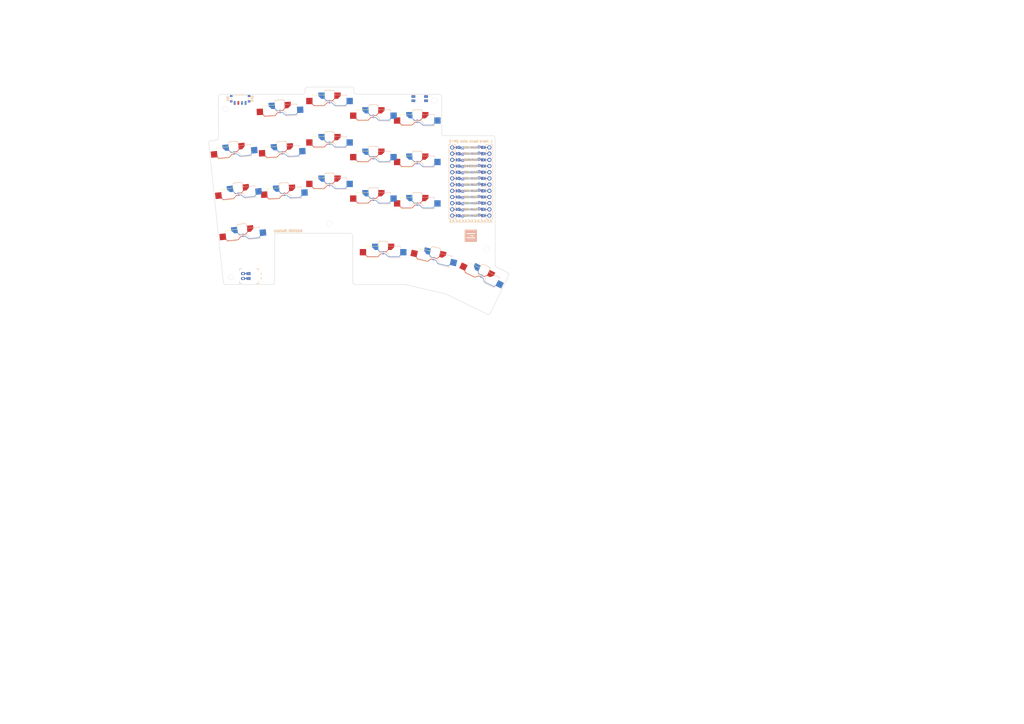
<source format=kicad_pcb>
(kicad_pcb (version 20240108) (generator "ergogen") (generator_version "4.1.0")
  (title_block (title "left") (date "2025-01-16") (rev "v1.0.0") (company "Unknown"))
  (layers (0 "F.Cu" signal) (31 "B.Cu" signal) (34 "B.Paste" user) (35 "F.Paste" user) (36 "B.SilkS" user "B.Silkscreen") (37 "F.SilkS" user "F.Silkscreen") (38 "B.Mask" user) (39 "F.Mask" user) (44 "Edge.Cuts" user))
  (net 0 "")
  (net 1 "P18")
  (net 2 "GND")
  (net 3 "D1")
  (net 4 "D2")
  (net 5 "P15")
  (net 6 "P14")
  (net 7 "P16")
  (net 8 "P10")
  (net 9 "P9")
  (net 10 "P8")
  (net 11 "P7")
  (net 12 "P6")
  (net 13 "P5")
  (net 14 "P4")
  (net 15 "P3")
  (net 16 "P2")
  (net 17 "P0")
  (net 18 "P1")
  (net 19 "P19")
  (net 20 "P20")
  (net 21 "P21")
  (net 22 "RAW")
  (net 23 "RST")
  (net 24 "VCC")
  (net 25 "P101")
  (net 26 "P102")
  (net 27 "P107")
  (net 28 "MCU1_24")
  (net 29 "MCU1_1")
  (net 30 "MCU1_23")
  (net 31 "MCU1_2")
  (net 32 "MCU1_22")
  (net 33 "MCU1_3")
  (net 34 "MCU1_21")
  (net 35 "MCU1_4")
  (net 36 "MCU1_20")
  (net 37 "MCU1_5")
  (net 38 "MCU1_19")
  (net 39 "MCU1_6")
  (net 40 "MCU1_18")
  (net 41 "MCU1_7")
  (net 42 "MCU1_17")
  (net 43 "MCU1_8")
  (net 44 "MCU1_16")
  (net 45 "MCU1_9")
  (net 46 "MCU1_15")
  (net 47 "MCU1_10")
  (net 48 "MCU1_14")
  (net 49 "MCU1_11")
  (net 50 "MCU1_13")
  (net 51 "MCU1_12")
  (net 52 "Braw")
  (net 53 "JST1_1")
  (net 54 "JST1_2")
  (footprint "ceoloide:switch_choc_v1_v2" (layer "B.Cu") (at 100 100 6)
    (property "Reference" "S1" hide)
  )
  (segment (start 102.6351149 93.740264) (end 100.7883785 96.0207935) (width 0.2) (layer "F.Cu") (net 1))
  (segment (start 100.7883785 96.0207935) (end 99.5949522 96.1462277) (width 0.2) (layer "F.Cu") (net 1))
  (via (at 99.5949522 96.1462277) (size 0.6) (drill 0.3) (layers "F.Cu" "B.Cu") (net 1))
  (segment (start 98.4015259 96.2716618) (end 99.5949522 96.1462277) (width 0.2) (layer "B.Cu") (net 1))
  (segment (start 96.1209964 94.4249254) (end 98.4015259 96.2716618) (width 0.2) (layer "B.Cu") (net 1))
  (segment (start 93.4159889 98.7855637) (end 97.6596139 98.3395408) (width 0.2) (layer "F.Cu") (net 2))
  (segment (start 98.7089161 97.0437604) (end 99.678575 96.9418452) (width 0.2) (layer "F.Cu") (net 2))
  (segment (start 91.3783496 97.1355159) (end 93.4159889 98.7855637) (width 0.2) (layer "F.Cu") (net 2))
  (segment (start 97.6596139 98.3395408) (end 98.7089161 97.0437604) (width 0.2) (layer "F.Cu") (net 2))
  (via (at 99.678575 96.9418452) (size 0.6) (drill 0.3) (layers "F.Cu" "B.Cu") (net 2))
  (segment (start 101.930256 97.8906782) (end 100.6344756 96.841376) (width 0.2) (layer "B.Cu") (net 2))
  (segment (start 106.1876391 97.4432092) (end 101.930256 97.8906782) (width 0.2) (layer "B.Cu") (net 2))
  (segment (start 100.6344756 96.841376) (end 99.678575 96.9418452) (width 0.2) (layer "B.Cu") (net 2))
  (segment (start 107.8376869 95.4055699) (end 106.1876391 97.4432092) (width 0.2) (layer "B.Cu") (net 2))
  (footprint "ceoloide:switch_choc_v1_v2" (layer "B.Cu") (at 98.2230161 83.0931278 6)
    (property "Reference" "S2" hide)
  )
  (segment (start 100.858131 76.8333918) (end 99.01139459999999 79.1139213) (width 0.2) (layer "F.Cu") (net 5))
  (segment (start 99.01139459999999 79.1139213) (end 97.81796829999999 79.2393555) (width 0.2) (layer "F.Cu") (net 5))
  (via (at 97.81796829999999 79.2393555) (size 0.6) (drill 0.3) (layers "F.Cu" "B.Cu") (net 5))
  (segment (start 96.62454199999999 79.36478960000001) (end 97.81796829999999 79.2393555) (width 0.2) (layer "B.Cu") (net 5))
  (segment (start 94.34401249999999 77.51805320000001) (end 96.62454199999999 79.36478960000001) (width 0.2) (layer "B.Cu") (net 5))
  (segment (start 91.639005 81.8786915) (end 95.88262999999999 81.4326686) (width 0.2) (layer "F.Cu") (net 2))
  (segment (start 96.93193219999999 80.1368882) (end 97.90159109999999 80.03497300000001) (width 0.2) (layer "F.Cu") (net 2))
  (segment (start 89.6013657 80.2286437) (end 91.639005 81.8786915) (width 0.2) (layer "F.Cu") (net 2))
  (segment (start 95.88262999999999 81.4326686) (end 96.93193219999999 80.1368882) (width 0.2) (layer "F.Cu") (net 2))
  (via (at 97.90159109999999 80.03497300000001) (size 0.6) (drill 0.3) (layers "F.Cu" "B.Cu") (net 2))
  (segment (start 100.1532721 80.983806) (end 98.8574917 79.9345038) (width 0.2) (layer "B.Cu") (net 2))
  (segment (start 104.4106552 80.536337) (end 100.1532721 80.983806) (width 0.2) (layer "B.Cu") (net 2))
  (segment (start 98.8574917 79.9345038) (end 97.90159109999999 80.03497300000001) (width 0.2) (layer "B.Cu") (net 2))
  (segment (start 106.06070299999999 78.49869770000001) (end 104.4106552 80.536337) (width 0.2) (layer "B.Cu") (net 2))
  (footprint "ceoloide:switch_choc_v1_v2" (layer "B.Cu") (at 96.44603219999999 66.18625560000001 6)
    (property "Reference" "S3" hide)
  )
  (segment (start 99.0811471 59.926519600000006) (end 97.23441069999998 62.207049100000006) (width 0.2) (layer "F.Cu") (net 6))
  (segment (start 97.23441069999998 62.207049100000006) (end 96.04098439999999 62.33248330000001) (width 0.2) (layer "F.Cu") (net 6))
  (via (at 96.04098439999999 62.33248330000001) (size 0.6) (drill 0.3) (layers "F.Cu" "B.Cu") (net 6))
  (segment (start 94.84755809999999 62.45791740000001) (end 96.04098439999999 62.33248330000001) (width 0.2) (layer "B.Cu") (net 6))
  (segment (start 92.56702859999999 60.61118100000001) (end 94.84755809999999 62.45791740000001) (width 0.2) (layer "B.Cu") (net 6))
  (segment (start 89.86202109999999 64.9718193) (end 94.10564609999999 64.5257964) (width 0.2) (layer "F.Cu") (net 2))
  (segment (start 95.15494829999999 63.230016000000006) (end 96.12460719999999 63.12810080000001) (width 0.2) (layer "F.Cu") (net 2))
  (segment (start 87.8243818 63.32177150000001) (end 89.86202109999999 64.9718193) (width 0.2) (layer "F.Cu") (net 2))
  (segment (start 94.10564609999999 64.5257964) (end 95.15494829999999 63.230016000000006) (width 0.2) (layer "F.Cu") (net 2))
  (via (at 96.12460719999999 63.12810080000001) (size 0.6) (drill 0.3) (layers "F.Cu" "B.Cu") (net 2))
  (segment (start 98.37628819999999 64.0769338) (end 97.08050779999999 63.02763160000001) (width 0.2) (layer "B.Cu") (net 2))
  (segment (start 102.63367129999999 63.62946480000001) (end 98.37628819999999 64.0769338) (width 0.2) (layer "B.Cu") (net 2))
  (segment (start 97.08050779999999 63.02763160000001) (end 96.12460719999999 63.12810080000001) (width 0.2) (layer "B.Cu") (net 2))
  (segment (start 104.28371909999998 61.59182550000001) (end 102.63367129999999 63.62946480000001) (width 0.2) (layer "B.Cu") (net 2))
  (footprint "ceoloide:switch_choc_v1_v2" (layer "B.Cu") (at 116.8307281 83.148395 3)
    (property "Reference" "S4" hide)
  )
  (segment (start 119.7898409 77.03514899999999) (end 117.8262817 79.21590239999999) (width 0.2) (layer "F.Cu") (net 7))
  (segment (start 117.8262817 79.21590239999999) (end 116.6279263 79.2787056) (width 0.2) (layer "F.Cu") (net 7))
  (via (at 116.6279263 79.2787056) (size 0.6) (drill 0.3) (layers "F.Cu" "B.Cu") (net 7))
  (segment (start 115.42957080000001 79.34150869999999) (end 116.6279263 79.2787056) (width 0.2) (layer "B.Cu") (net 7))
  (segment (start 113.24881740000001 77.3779495) (end 115.42957080000001 79.34150869999999) (width 0.2) (layer "B.Cu") (net 7))
  (segment (start 110.3192989 81.5910426) (end 114.5804511 81.36772509999999) (width 0.2) (layer "F.Cu") (net 2))
  (segment (start 115.6961312 80.12863669999999) (end 116.66979500000001 80.0776092) (width 0.2) (layer "F.Cu") (net 2))
  (segment (start 108.3708089 79.8366143) (end 110.3192989 81.5910426) (width 0.2) (layer "F.Cu") (net 2))
  (segment (start 114.5804511 81.36772509999999) (end 115.6961312 80.12863669999999) (width 0.2) (layer "F.Cu") (net 2))
  (via (at 116.66979500000001 80.0776092) (size 0.6) (drill 0.3) (layers "F.Cu" "B.Cu") (net 2))
  (segment (start 118.8687321 81.14298579999999) (end 117.6296438 80.02730559999999) (width 0.2) (layer "B.Cu") (net 2))
  (segment (start 123.1436994 80.9189442) (end 118.8687321 81.14298579999999) (width 0.2) (layer "B.Cu") (net 2))
  (segment (start 117.6296438 80.02730559999999) (end 116.66979500000001 80.0776092) (width 0.2) (layer "B.Cu") (net 2))
  (segment (start 124.8981277 78.97045419999999) (end 123.1436994 80.9189442) (width 0.2) (layer "B.Cu") (net 2))
  (footprint "ceoloide:switch_choc_v1_v2" (layer "B.Cu") (at 115.9410168 66.1716929 3)
    (property "Reference" "S5" hide)
  )
  (segment (start 118.9001296 60.05844689999999) (end 116.9365704 62.23920029999999) (width 0.2) (layer "F.Cu") (net 8))
  (segment (start 116.9365704 62.23920029999999) (end 115.738215 62.3020035) (width 0.2) (layer "F.Cu") (net 8))
  (via (at 115.738215 62.3020035) (size 0.6) (drill 0.3) (layers "F.Cu" "B.Cu") (net 8))
  (segment (start 114.5398595 62.364806599999994) (end 115.738215 62.3020035) (width 0.2) (layer "B.Cu") (net 8))
  (segment (start 112.3591061 60.401247399999995) (end 114.5398595 62.364806599999994) (width 0.2) (layer "B.Cu") (net 8))
  (segment (start 109.4295876 64.6143405) (end 113.6907398 64.39102299999999) (width 0.2) (layer "F.Cu") (net 2))
  (segment (start 114.8064199 63.1519346) (end 115.7800837 63.10090709999999) (width 0.2) (layer "F.Cu") (net 2))
  (segment (start 107.4810976 62.8599122) (end 109.4295876 64.6143405) (width 0.2) (layer "F.Cu") (net 2))
  (segment (start 113.6907398 64.39102299999999) (end 114.8064199 63.1519346) (width 0.2) (layer "F.Cu") (net 2))
  (via (at 115.7800837 63.10090709999999) (size 0.6) (drill 0.3) (layers "F.Cu" "B.Cu") (net 2))
  (segment (start 117.9790208 64.1662837) (end 116.7399325 63.050603499999994) (width 0.2) (layer "B.Cu") (net 2))
  (segment (start 122.2539881 63.942242099999994) (end 117.9790208 64.1662837) (width 0.2) (layer "B.Cu") (net 2))
  (segment (start 116.7399325 63.050603499999994) (end 115.7800837 63.10090709999999) (width 0.2) (layer "B.Cu") (net 2))
  (segment (start 124.0084164 61.993752099999995) (end 122.2539881 63.942242099999994) (width 0.2) (layer "B.Cu") (net 2))
  (footprint "ceoloide:switch_choc_v1_v2" (layer "B.Cu") (at 115.0513055 49.1949908 3)
    (property "Reference" "S6" hide)
  )
  (segment (start 118.0104183 43.081744799999996) (end 116.04685909999999 45.262498199999996) (width 0.2) (layer "F.Cu") (net 9))
  (segment (start 116.04685909999999 45.262498199999996) (end 114.8485037 45.3253014) (width 0.2) (layer "F.Cu") (net 9))
  (via (at 114.8485037 45.3253014) (size 0.6) (drill 0.3) (layers "F.Cu" "B.Cu") (net 9))
  (segment (start 113.6501482 45.3881045) (end 114.8485037 45.3253014) (width 0.2) (layer "B.Cu") (net 9))
  (segment (start 111.4693948 43.4245453) (end 113.6501482 45.3881045) (width 0.2) (layer "B.Cu") (net 9))
  (segment (start 108.5398763 47.6376384) (end 112.8010285 47.4143209) (width 0.2) (layer "F.Cu") (net 2))
  (segment (start 113.91670859999999 46.1752325) (end 114.8903724 46.124204999999996) (width 0.2) (layer "F.Cu") (net 2))
  (segment (start 106.5913863 45.8832101) (end 108.5398763 47.6376384) (width 0.2) (layer "F.Cu") (net 2))
  (segment (start 112.8010285 47.4143209) (end 113.91670859999999 46.1752325) (width 0.2) (layer "F.Cu") (net 2))
  (via (at 114.8903724 46.124204999999996) (size 0.6) (drill 0.3) (layers "F.Cu" "B.Cu") (net 2))
  (segment (start 117.0893095 47.1895816) (end 115.8502212 46.0739014) (width 0.2) (layer "B.Cu") (net 2))
  (segment (start 121.3642768 46.96554) (end 117.0893095 47.1895816) (width 0.2) (layer "B.Cu") (net 2))
  (segment (start 115.8502212 46.0739014) (end 114.8903724 46.124204999999996) (width 0.2) (layer "B.Cu") (net 2))
  (segment (start 123.1187051 45.01705) (end 121.3642768 46.96554) (width 0.2) (layer "B.Cu") (net 2))
  (footprint "ceoloide:switch_choc_v1_v2" (layer "B.Cu") (at 135.1483667 79.18429119999999 0)
    (property "Reference" "S7" hide)
  )
  (segment (start 138.4233667 73.23429119999999) (end 136.34836669999999 75.30929119999999) (width 0.2) (layer "F.Cu") (net 10))
  (segment (start 136.34836669999999 75.30929119999999) (end 135.1483667 75.30929119999999) (width 0.2) (layer "F.Cu") (net 10))
  (via (at 135.1483667 75.30929119999999) (size 0.6) (drill 0.3) (layers "F.Cu" "B.Cu") (net 10))
  (segment (start 133.9483667 75.30929119999999) (end 135.1483667 75.30929119999999) (width 0.2) (layer "B.Cu") (net 10))
  (segment (start 131.8733667 73.23429119999999) (end 133.9483667 75.30929119999999) (width 0.2) (layer "B.Cu") (net 10))
  (segment (start 128.7273667 77.28829119999999) (end 132.9943667 77.28829119999999) (width 0.2) (layer "F.Cu") (net 2))
  (segment (start 134.1733667 76.10929119999999) (end 135.1483667 76.10929119999999) (width 0.2) (layer "F.Cu") (net 2))
  (segment (start 126.87336669999999 75.43429119999999) (end 128.7273667 77.28829119999999) (width 0.2) (layer "F.Cu") (net 2))
  (segment (start 132.9943667 77.28829119999999) (end 134.1733667 76.10929119999999) (width 0.2) (layer "F.Cu") (net 2))
  (via (at 135.1483667 76.10929119999999) (size 0.6) (drill 0.3) (layers "F.Cu" "B.Cu") (net 2))
  (segment (start 137.2885327 77.28829119999999) (end 136.1095327 76.10929119999999) (width 0.2) (layer "B.Cu") (net 2))
  (segment (start 141.5693667 77.28829119999999) (end 137.2885327 77.28829119999999) (width 0.2) (layer "B.Cu") (net 2))
  (segment (start 136.1095327 76.10929119999999) (end 135.1483667 76.10929119999999) (width 0.2) (layer "B.Cu") (net 2))
  (segment (start 143.4233667 75.43429119999999) (end 141.5693667 77.28829119999999) (width 0.2) (layer "B.Cu") (net 2))
  (footprint "ceoloide:switch_choc_v1_v2" (layer "B.Cu") (at 135.1483667 62.18429119999999 0)
    (property "Reference" "S8" hide)
  )
  (segment (start 138.4233667 56.23429119999999) (end 136.34836669999999 58.30929119999999) (width 0.2) (layer "F.Cu") (net 11))
  (segment (start 136.34836669999999 58.30929119999999) (end 135.1483667 58.30929119999999) (width 0.2) (layer "F.Cu") (net 11))
  (via (at 135.1483667 58.30929119999999) (size 0.6) (drill 0.3) (layers "F.Cu" "B.Cu") (net 11))
  (segment (start 133.9483667 58.30929119999999) (end 135.1483667 58.30929119999999) (width 0.2) (layer "B.Cu") (net 11))
  (segment (start 131.8733667 56.23429119999999) (end 133.9483667 58.30929119999999) (width 0.2) (layer "B.Cu") (net 11))
  (segment (start 128.7273667 60.28829119999999) (end 132.9943667 60.28829119999999) (width 0.2) (layer "F.Cu") (net 2))
  (segment (start 134.1733667 59.10929119999999) (end 135.1483667 59.10929119999999) (width 0.2) (layer "F.Cu") (net 2))
  (segment (start 126.87336669999999 58.43429119999999) (end 128.7273667 60.28829119999999) (width 0.2) (layer "F.Cu") (net 2))
  (segment (start 132.9943667 60.28829119999999) (end 134.1733667 59.10929119999999) (width 0.2) (layer "F.Cu") (net 2))
  (via (at 135.1483667 59.10929119999999) (size 0.6) (drill 0.3) (layers "F.Cu" "B.Cu") (net 2))
  (segment (start 137.2885327 60.28829119999999) (end 136.1095327 59.10929119999999) (width 0.2) (layer "B.Cu") (net 2))
  (segment (start 141.5693667 60.28829119999999) (end 137.2885327 60.28829119999999) (width 0.2) (layer "B.Cu") (net 2))
  (segment (start 136.1095327 59.10929119999999) (end 135.1483667 59.10929119999999) (width 0.2) (layer "B.Cu") (net 2))
  (segment (start 143.4233667 58.43429119999999) (end 141.5693667 60.28829119999999) (width 0.2) (layer "B.Cu") (net 2))
  (footprint "ceoloide:switch_choc_v1_v2" (layer "B.Cu") (at 135.1483667 45.18429119999999 0)
    (property "Reference" "S9" hide)
  )
  (segment (start 138.4233667 39.23429119999999) (end 136.34836669999999 41.30929119999999) (width 0.2) (layer "F.Cu") (net 12))
  (segment (start 136.34836669999999 41.30929119999999) (end 135.1483667 41.30929119999999) (width 0.2) (layer "F.Cu") (net 12))
  (via (at 135.1483667 41.30929119999999) (size 0.6) (drill 0.3) (layers "F.Cu" "B.Cu") (net 12))
  (segment (start 133.9483667 41.30929119999999) (end 135.1483667 41.30929119999999) (width 0.2) (layer "B.Cu") (net 12))
  (segment (start 131.8733667 39.23429119999999) (end 133.9483667 41.30929119999999) (width 0.2) (layer "B.Cu") (net 12))
  (segment (start 128.7273667 43.28829119999999) (end 132.9943667 43.28829119999999) (width 0.2) (layer "F.Cu") (net 2))
  (segment (start 134.1733667 42.10929119999999) (end 135.1483667 42.10929119999999) (width 0.2) (layer "F.Cu") (net 2))
  (segment (start 126.87336669999999 41.43429119999999) (end 128.7273667 43.28829119999999) (width 0.2) (layer "F.Cu") (net 2))
  (segment (start 132.9943667 43.28829119999999) (end 134.1733667 42.10929119999999) (width 0.2) (layer "F.Cu") (net 2))
  (via (at 135.1483667 42.10929119999999) (size 0.6) (drill 0.3) (layers "F.Cu" "B.Cu") (net 2))
  (segment (start 137.2885327 43.28829119999999) (end 136.1095327 42.10929119999999) (width 0.2) (layer "B.Cu") (net 2))
  (segment (start 141.5693667 43.28829119999999) (end 137.2885327 43.28829119999999) (width 0.2) (layer "B.Cu") (net 2))
  (segment (start 136.1095327 42.10929119999999) (end 135.1483667 42.10929119999999) (width 0.2) (layer "B.Cu") (net 2))
  (segment (start 143.4233667 41.43429119999999) (end 141.5693667 43.28829119999999) (width 0.2) (layer "B.Cu") (net 2))
  (footprint "ceoloide:switch_choc_v1_v2" (layer "B.Cu") (at 153.1483666 85.18429119999999 0)
    (property "Reference" "S10" hide)
  )
  (segment (start 156.4233666 79.23429119999999) (end 154.3483666 81.30929119999999) (width 0.2) (layer "F.Cu") (net 13))
  (segment (start 154.3483666 81.30929119999999) (end 153.1483666 81.30929119999999) (width 0.2) (layer "F.Cu") (net 13))
  (via (at 153.1483666 81.30929119999999) (size 0.6) (drill 0.3) (layers "F.Cu" "B.Cu") (net 13))
  (segment (start 151.9483666 81.30929119999999) (end 153.1483666 81.30929119999999) (width 0.2) (layer "B.Cu") (net 13))
  (segment (start 149.8733666 79.23429119999999) (end 151.9483666 81.30929119999999) (width 0.2) (layer "B.Cu") (net 13))
  (segment (start 146.7273666 83.28829119999999) (end 150.9943666 83.28829119999999) (width 0.2) (layer "F.Cu") (net 2))
  (segment (start 152.1733666 82.10929119999999) (end 153.1483666 82.10929119999999) (width 0.2) (layer "F.Cu") (net 2))
  (segment (start 144.8733666 81.43429119999999) (end 146.7273666 83.28829119999999) (width 0.2) (layer "F.Cu") (net 2))
  (segment (start 150.9943666 83.28829119999999) (end 152.1733666 82.10929119999999) (width 0.2) (layer "F.Cu") (net 2))
  (via (at 153.1483666 82.10929119999999) (size 0.6) (drill 0.3) (layers "F.Cu" "B.Cu") (net 2))
  (segment (start 155.2885326 83.28829119999999) (end 154.1095326 82.10929119999999) (width 0.2) (layer "B.Cu") (net 2))
  (segment (start 159.5693666 83.28829119999999) (end 155.2885326 83.28829119999999) (width 0.2) (layer "B.Cu") (net 2))
  (segment (start 154.1095326 82.10929119999999) (end 153.1483666 82.10929119999999) (width 0.2) (layer "B.Cu") (net 2))
  (segment (start 161.4233666 81.43429119999999) (end 159.5693666 83.28829119999999) (width 0.2) (layer "B.Cu") (net 2))
  (footprint "ceoloide:switch_choc_v1_v2" (layer "B.Cu") (at 153.1483666 68.18429119999999 0)
    (property "Reference" "S11" hide)
  )
  (segment (start 156.4233666 62.23429119999999) (end 154.3483666 64.30929119999999) (width 0.2) (layer "F.Cu") (net 14))
  (segment (start 154.3483666 64.30929119999999) (end 153.1483666 64.30929119999999) (width 0.2) (layer "F.Cu") (net 14))
  (via (at 153.1483666 64.30929119999999) (size 0.6) (drill 0.3) (layers "F.Cu" "B.Cu") (net 14))
  (segment (start 151.9483666 64.30929119999999) (end 153.1483666 64.30929119999999) (width 0.2) (layer "B.Cu") (net 14))
  (segment (start 149.8733666 62.23429119999999) (end 151.9483666 64.30929119999999) (width 0.2) (layer "B.Cu") (net 14))
  (segment (start 146.7273666 66.28829119999999) (end 150.9943666 66.28829119999999) (width 0.2) (layer "F.Cu") (net 2))
  (segment (start 152.1733666 65.10929119999999) (end 153.1483666 65.10929119999999) (width 0.2) (layer "F.Cu") (net 2))
  (segment (start 144.8733666 64.43429119999999) (end 146.7273666 66.28829119999999) (width 0.2) (layer "F.Cu") (net 2))
  (segment (start 150.9943666 66.28829119999999) (end 152.1733666 65.10929119999999) (width 0.2) (layer "F.Cu") (net 2))
  (via (at 153.1483666 65.10929119999999) (size 0.6) (drill 0.3) (layers "F.Cu" "B.Cu") (net 2))
  (segment (start 155.2885326 66.28829119999999) (end 154.1095326 65.10929119999999) (width 0.2) (layer "B.Cu") (net 2))
  (segment (start 159.5693666 66.28829119999999) (end 155.2885326 66.28829119999999) (width 0.2) (layer "B.Cu") (net 2))
  (segment (start 154.1095326 65.10929119999999) (end 153.1483666 65.10929119999999) (width 0.2) (layer "B.Cu") (net 2))
  (segment (start 161.4233666 64.43429119999999) (end 159.5693666 66.28829119999999) (width 0.2) (layer "B.Cu") (net 2))
  (footprint "ceoloide:switch_choc_v1_v2" (layer "B.Cu") (at 153.1483666 51.18429119999999 0)
    (property "Reference" "S12" hide)
  )
  (segment (start 156.4233666 45.23429119999999) (end 154.3483666 47.30929119999999) (width 0.2) (layer "F.Cu") (net 15))
  (segment (start 154.3483666 47.30929119999999) (end 153.1483666 47.30929119999999) (width 0.2) (layer "F.Cu") (net 15))
  (via (at 153.1483666 47.30929119999999) (size 0.6) (drill 0.3) (layers "F.Cu" "B.Cu") (net 15))
  (segment (start 151.9483666 47.30929119999999) (end 153.1483666 47.30929119999999) (width 0.2) (layer "B.Cu") (net 15))
  (segment (start 149.8733666 45.23429119999999) (end 151.9483666 47.30929119999999) (width 0.2) (layer "B.Cu") (net 15))
  (segment (start 146.7273666 49.28829119999999) (end 150.9943666 49.28829119999999) (width 0.2) (layer "F.Cu") (net 2))
  (segment (start 152.1733666 48.10929119999999) (end 153.1483666 48.10929119999999) (width 0.2) (layer "F.Cu") (net 2))
  (segment (start 144.8733666 47.43429119999999) (end 146.7273666 49.28829119999999) (width 0.2) (layer "F.Cu") (net 2))
  (segment (start 150.9943666 49.28829119999999) (end 152.1733666 48.10929119999999) (width 0.2) (layer "F.Cu") (net 2))
  (via (at 153.1483666 48.10929119999999) (size 0.6) (drill 0.3) (layers "F.Cu" "B.Cu") (net 2))
  (segment (start 155.2885326 49.28829119999999) (end 154.1095326 48.10929119999999) (width 0.2) (layer "B.Cu") (net 2))
  (segment (start 159.5693666 49.28829119999999) (end 155.2885326 49.28829119999999) (width 0.2) (layer "B.Cu") (net 2))
  (segment (start 154.1095326 48.10929119999999) (end 153.1483666 48.10929119999999) (width 0.2) (layer "B.Cu") (net 2))
  (segment (start 161.4233666 47.43429119999999) (end 159.5693666 49.28829119999999) (width 0.2) (layer "B.Cu") (net 2))
  (footprint "ceoloide:switch_choc_v1_v2" (layer "B.Cu") (at 171.1483666 87.1842911 0)
    (property "Reference" "S13" hide)
  )
  (segment (start 174.4233666 81.2342911) (end 172.3483666 83.3092911) (width 0.2) (layer "F.Cu") (net 16))
  (segment (start 172.3483666 83.3092911) (end 171.1483666 83.3092911) (width 0.2) (layer "F.Cu") (net 16))
  (via (at 171.1483666 83.3092911) (size 0.6) (drill 0.3) (layers "F.Cu" "B.Cu") (net 16))
  (segment (start 169.9483666 83.3092911) (end 171.1483666 83.3092911) (width 0.2) (layer "B.Cu") (net 16))
  (segment (start 167.8733666 81.2342911) (end 169.9483666 83.3092911) (width 0.2) (layer "B.Cu") (net 16))
  (segment (start 164.7273666 85.2882911) (end 168.9943666 85.2882911) (width 0.2) (layer "F.Cu") (net 2))
  (segment (start 170.1733666 84.1092911) (end 171.1483666 84.1092911) (width 0.2) (layer "F.Cu") (net 2))
  (segment (start 162.8733666 83.4342911) (end 164.7273666 85.2882911) (width 0.2) (layer "F.Cu") (net 2))
  (segment (start 168.9943666 85.2882911) (end 170.1733666 84.1092911) (width 0.2) (layer "F.Cu") (net 2))
  (via (at 171.1483666 84.1092911) (size 0.6) (drill 0.3) (layers "F.Cu" "B.Cu") (net 2))
  (segment (start 173.2885326 85.2882911) (end 172.1095326 84.1092911) (width 0.2) (layer "B.Cu") (net 2))
  (segment (start 177.5693666 85.2882911) (end 173.2885326 85.2882911) (width 0.2) (layer "B.Cu") (net 2))
  (segment (start 172.1095326 84.1092911) (end 171.1483666 84.1092911) (width 0.2) (layer "B.Cu") (net 2))
  (segment (start 179.4233666 83.4342911) (end 177.5693666 85.2882911) (width 0.2) (layer "B.Cu") (net 2))
  (footprint "ceoloide:switch_choc_v1_v2" (layer "B.Cu") (at 171.1483666 70.1842911 0)
    (property "Reference" "S14" hide)
  )
  (segment (start 174.4233666 64.2342911) (end 172.3483666 66.3092911) (width 0.2) (layer "F.Cu") (net 17))
  (segment (start 172.3483666 66.3092911) (end 171.1483666 66.3092911) (width 0.2) (layer "F.Cu") (net 17))
  (via (at 171.1483666 66.3092911) (size 0.6) (drill 0.3) (layers "F.Cu" "B.Cu") (net 17))
  (segment (start 169.9483666 66.3092911) (end 171.1483666 66.3092911) (width 0.2) (layer "B.Cu") (net 17))
  (segment (start 167.8733666 64.2342911) (end 169.9483666 66.3092911) (width 0.2) (layer "B.Cu") (net 17))
  (segment (start 164.7273666 68.2882911) (end 168.9943666 68.2882911) (width 0.2) (layer "F.Cu") (net 2))
  (segment (start 170.1733666 67.1092911) (end 171.1483666 67.1092911) (width 0.2) (layer "F.Cu") (net 2))
  (segment (start 162.8733666 66.4342911) (end 164.7273666 68.2882911) (width 0.2) (layer "F.Cu") (net 2))
  (segment (start 168.9943666 68.2882911) (end 170.1733666 67.1092911) (width 0.2) (layer "F.Cu") (net 2))
  (via (at 171.1483666 67.1092911) (size 0.6) (drill 0.3) (layers "F.Cu" "B.Cu") (net 2))
  (segment (start 173.2885326 68.2882911) (end 172.1095326 67.1092911) (width 0.2) (layer "B.Cu") (net 2))
  (segment (start 177.5693666 68.2882911) (end 173.2885326 68.2882911) (width 0.2) (layer "B.Cu") (net 2))
  (segment (start 172.1095326 67.1092911) (end 171.1483666 67.1092911) (width 0.2) (layer "B.Cu") (net 2))
  (segment (start 179.4233666 66.4342911) (end 177.5693666 68.2882911) (width 0.2) (layer "B.Cu") (net 2))
  (footprint "ceoloide:switch_choc_v1_v2" (layer "B.Cu") (at 171.1483666 53.184291099999996 0)
    (property "Reference" "S15" hide)
  )
  (segment (start 174.4233666 47.23429109999999) (end 172.3483666 49.309291099999996) (width 0.2) (layer "F.Cu") (net 18))
  (segment (start 172.3483666 49.309291099999996) (end 171.1483666 49.309291099999996) (width 0.2) (layer "F.Cu") (net 18))
  (via (at 171.1483666 49.309291099999996) (size 0.6) (drill 0.3) (layers "F.Cu" "B.Cu") (net 18))
  (segment (start 169.9483666 49.309291099999996) (end 171.1483666 49.309291099999996) (width 0.2) (layer "B.Cu") (net 18))
  (segment (start 167.8733666 47.23429109999999) (end 169.9483666 49.309291099999996) (width 0.2) (layer "B.Cu") (net 18))
  (segment (start 164.7273666 51.288291099999995) (end 168.9943666 51.288291099999995) (width 0.2) (layer "F.Cu") (net 2))
  (segment (start 170.1733666 50.10929109999999) (end 171.1483666 50.10929109999999) (width 0.2) (layer "F.Cu") (net 2))
  (segment (start 162.8733666 49.434291099999996) (end 164.7273666 51.288291099999995) (width 0.2) (layer "F.Cu") (net 2))
  (segment (start 168.9943666 51.288291099999995) (end 170.1733666 50.10929109999999) (width 0.2) (layer "F.Cu") (net 2))
  (via (at 171.1483666 50.10929109999999) (size 0.6) (drill 0.3) (layers "F.Cu" "B.Cu") (net 2))
  (segment (start 173.2885326 51.288291099999995) (end 172.1095326 50.10929109999999) (width 0.2) (layer "B.Cu") (net 2))
  (segment (start 177.5693666 51.288291099999995) (end 173.2885326 51.288291099999995) (width 0.2) (layer "B.Cu") (net 2))
  (segment (start 172.1095326 50.10929109999999) (end 171.1483666 50.10929109999999) (width 0.2) (layer "B.Cu") (net 2))
  (segment (start 179.4233666 49.434291099999996) (end 177.5693666 51.288291099999995) (width 0.2) (layer "B.Cu") (net 2))
  (footprint "ceoloide:switch_choc_v1_v2" (layer "B.Cu") (at 157.1483666 107.18429119999999 0)
    (property "Reference" "S16" hide)
  )
  (segment (start 160.4233666 101.23429119999999) (end 158.3483666 103.30929119999999) (width 0.2) (layer "F.Cu") (net 19))
  (segment (start 158.3483666 103.30929119999999) (end 157.1483666 103.30929119999999) (width 0.2) (layer "F.Cu") (net 19))
  (via (at 157.1483666 103.30929119999999) (size 0.6) (drill 0.3) (layers "F.Cu" "B.Cu") (net 19))
  (segment (start 155.9483666 103.30929119999999) (end 157.1483666 103.30929119999999) (width 0.2) (layer "B.Cu") (net 19))
  (segment (start 153.8733666 101.23429119999999) (end 155.9483666 103.30929119999999) (width 0.2) (layer "B.Cu") (net 19))
  (segment (start 150.7273666 105.28829119999999) (end 154.9943666 105.28829119999999) (width 0.2) (layer "F.Cu") (net 2))
  (segment (start 156.1733666 104.10929119999999) (end 157.1483666 104.10929119999999) (width 0.2) (layer "F.Cu") (net 2))
  (segment (start 148.8733666 103.43429119999999) (end 150.7273666 105.28829119999999) (width 0.2) (layer "F.Cu") (net 2))
  (segment (start 154.9943666 105.28829119999999) (end 156.1733666 104.10929119999999) (width 0.2) (layer "F.Cu") (net 2))
  (via (at 157.1483666 104.10929119999999) (size 0.6) (drill 0.3) (layers "F.Cu" "B.Cu") (net 2))
  (segment (start 159.2885326 105.28829119999999) (end 158.1095326 104.10929119999999) (width 0.2) (layer "B.Cu") (net 2))
  (segment (start 163.5693666 105.28829119999999) (end 159.2885326 105.28829119999999) (width 0.2) (layer "B.Cu") (net 2))
  (segment (start 158.1095326 104.10929119999999) (end 157.1483666 104.10929119999999) (width 0.2) (layer "B.Cu") (net 2))
  (segment (start 165.4233666 103.43429119999999) (end 163.5693666 105.28829119999999) (width 0.2) (layer "B.Cu") (net 2))
  (footprint "ceoloide:switch_choc_v1_v2" (layer "B.Cu") (at 177.0819429 109.47803979999999 -13)
    (property "Reference" "S17" hide)
  )
  (segment (start 181.6114636 104.41725259999998) (end 179.1228723 105.97229709999999) (width 0.2) (layer "F.Cu") (net 20))
  (segment (start 179.1228723 105.97229709999999) (end 177.9536282 105.70235579999999) (width 0.2) (layer "F.Cu") (net 20))
  (via (at 177.9536282 105.70235579999999) (size 0.6) (drill 0.3) (layers "F.Cu" "B.Cu") (net 20))
  (segment (start 176.7843842 105.4324145) (end 177.9536282 105.70235579999999) (width 0.2) (layer "B.Cu") (net 20))
  (segment (start 175.2293397 102.9438232) (end 176.7843842 105.4324145) (width 0.2) (layer "B.Cu") (net 20))
  (segment (start 171.2520199 106.18622339999999) (end 175.409657 107.1460896) (width 0.2) (layer "F.Cu") (net 2))
  (segment (start 176.8236566 106.26252459999999) (end 177.7736674 106.4818519) (width 0.2) (layer "F.Cu") (net 2))
  (segment (start 169.8625971 103.9626821) (end 171.2520199 106.18622339999999) (width 0.2) (layer "F.Cu") (net 2))
  (segment (start 175.409657 107.1460896) (end 176.8236566 106.26252459999999) (width 0.2) (layer "F.Cu") (net 2))
  (via (at 177.7736674 106.4818519) (size 0.6) (drill 0.3) (layers "F.Cu" "B.Cu") (net 2))
  (segment (start 179.5937638 108.1120668) (end 178.7101988 106.6980672) (width 0.2) (layer "B.Cu") (net 2))
  (segment (start 183.76488030000002 109.0750449) (end 179.5937638 108.1120668) (width 0.2) (layer "B.Cu") (net 2))
  (segment (start 178.7101988 106.6980672) (end 177.7736674 106.4818519) (width 0.2) (layer "B.Cu") (net 2))
  (segment (start 185.9884216 107.685622) (end 183.76488030000002 109.0750449) (width 0.2) (layer "B.Cu") (net 2))
  (footprint "ceoloide:switch_choc_v1_v2" (layer "B.Cu") (at 195.8680898 116.345244 -26)
    (property "Reference" "S18" hide)
  )
  (segment (start 201.4199486 112.4330849) (end 198.6453308 113.3884624) (width 0.2) (layer "F.Cu") (net 21))
  (segment (start 198.6453308 113.3884624) (end 197.566778 112.86241709999999) (width 0.2) (layer "F.Cu") (net 21))
  (via (at 197.566778 112.86241709999999) (size 0.6) (drill 0.3) (layers "F.Cu" "B.Cu") (net 21))
  (segment (start 196.4882251 112.3363717) (end 197.566778 112.86241709999999) (width 0.2) (layer "B.Cu") (net 21))
  (segment (start 195.5328476 109.5617539) (end 196.4882251 112.3363717) (width 0.2) (layer "B.Cu") (net 21))
  (segment (start 190.92808490000002 111.8263494) (end 194.76323910000002 113.696879) (width 0.2) (layer "F.Cu") (net 2))
  (segment (start 196.3397569 113.1540404) (end 197.2160811 113.5814523) (width 0.2) (layer "F.Cu") (net 2))
  (segment (start 190.07446090000002 109.3472451) (end 190.92808490000002 111.8263494) (width 0.2) (layer "F.Cu") (net 2))
  (segment (start 194.76323910000002 113.696879) (end 196.3397569 113.1540404) (width 0.2) (layer "F.Cu") (net 2))
  (via (at 197.2160811 113.5814523) (size 0.6) (drill 0.3) (layers "F.Cu" "B.Cu") (net 2))
  (segment (start 198.62281000000002 115.57931749999999) (end 198.0799714 114.0027997) (width 0.2) (layer "B.Cu") (net 2))
  (segment (start 202.4703981 117.4559116) (end 198.62281000000002 115.57931749999999) (width 0.2) (layer "B.Cu") (net 2))
  (segment (start 198.0799714 114.0027997) (end 197.2160811 113.5814523) (width 0.2) (layer "B.Cu") (net 2))
  (segment (start 204.9495023 116.6022876) (end 202.4703981 117.4559116) (width 0.2) (layer "B.Cu") (net 2))
  (footprint "ceoloide:mcu_nice_nano" (layer "F.Cu") (at 193.0983666 73.1842911 0)
    (property "Reference" "MCU1" hide)
  )
  (segment (start 197.8733666 60.48429109999999) (end 196.4983666 60.48429109999999) (width 0.25) (layer "F.Cu"))
  (segment (start 188.32336659999999 60.48429109999999) (end 189.69836659999999 60.48429109999999) (width 0.25) (layer "F.Cu"))
  (segment (start 185.4783666 60.48429109999999) (end 187.5983666 60.48429109999999) (width 0.25) (layer "F.Cu"))
  (segment (start 185.4783666 60.48429109999999) (end 187.5983666 60.48429109999999) (width 0.25) (layer "B.Cu"))
  (segment (start 198.5983666 60.48429109999999) (end 200.7183666 60.48429109999999) (width 0.25) (layer "F.Cu"))
  (segment (start 200.7183666 60.48429109999999) (end 198.5983666 60.48429109999999) (width 0.25) (layer "B.Cu"))
  (segment (start 190.4936716 60.7142911) (end 196.26836659999998 60.7142911) (width 0.25) (layer "B.Cu"))
  (segment (start 188.32336659999999 60.48429109999999) (end 188.67306159999998 60.48429109999999) (width 0.25) (layer "B.Cu"))
  (segment (start 189.3980616 61.209291099999994) (end 189.9986716 61.209291099999994) (width 0.25) (layer "B.Cu"))
  (segment (start 188.67306159999998 60.48429109999999) (end 189.3980616 61.209291099999994) (width 0.25) (layer "B.Cu"))
  (segment (start 189.9986716 61.209291099999994) (end 190.4936716 60.7142911) (width 0.25) (layer "B.Cu"))
  (segment (start 197.8733666 60.48429109999999) (end 197.5236716 60.48429109999999) (width 0.25) (layer "B.Cu"))
  (segment (start 195.6930616 60.264291099999994) (end 189.91836659999998 60.264291099999994) (width 0.25) (layer "B.Cu"))
  (segment (start 197.5236716 60.48429109999999) (end 196.79867159999998 59.7592911) (width 0.25) (layer "B.Cu"))
  (segment (start 196.79867159999998 59.7592911) (end 196.1980616 59.7592911) (width 0.25) (layer "B.Cu"))
  (segment (start 196.1980616 59.7592911) (end 195.6930616 60.264291099999994) (width 0.25) (layer "B.Cu"))
  (segment (start 197.8733666 63.0242911) (end 196.4983666 63.0242911) (width 0.25) (layer "F.Cu"))
  (segment (start 188.32336659999999 63.0242911) (end 189.69836659999999 63.0242911) (width 0.25) (layer "F.Cu"))
  (segment (start 185.4783666 63.0242911) (end 187.5983666 63.0242911) (width 0.25) (layer "F.Cu"))
  (segment (start 185.4783666 63.0242911) (end 187.5983666 63.0242911) (width 0.25) (layer "B.Cu"))
  (segment (start 198.5983666 63.0242911) (end 200.7183666 63.0242911) (width 0.25) (layer "F.Cu"))
  (segment (start 200.7183666 63.0242911) (end 198.5983666 63.0242911) (width 0.25) (layer "B.Cu"))
  (segment (start 190.4936716 63.254291099999996) (end 196.26836659999998 63.254291099999996) (width 0.25) (layer "B.Cu"))
  (segment (start 188.32336659999999 63.0242911) (end 188.67306159999998 63.0242911) (width 0.25) (layer "B.Cu"))
  (segment (start 189.3980616 63.74929109999999) (end 189.9986716 63.74929109999999) (width 0.25) (layer "B.Cu"))
  (segment (start 188.67306159999998 63.0242911) (end 189.3980616 63.74929109999999) (width 0.25) (layer "B.Cu"))
  (segment (start 189.9986716 63.74929109999999) (end 190.4936716 63.254291099999996) (width 0.25) (layer "B.Cu"))
  (segment (start 197.8733666 63.0242911) (end 197.5236716 63.0242911) (width 0.25) (layer "B.Cu"))
  (segment (start 195.6930616 62.80429109999999) (end 189.91836659999998 62.80429109999999) (width 0.25) (layer "B.Cu"))
  (segment (start 197.5236716 63.0242911) (end 196.79867159999998 62.2992911) (width 0.25) (layer "B.Cu"))
  (segment (start 196.79867159999998 62.2992911) (end 196.1980616 62.2992911) (width 0.25) (layer "B.Cu"))
  (segment (start 196.1980616 62.2992911) (end 195.6930616 62.80429109999999) (width 0.25) (layer "B.Cu"))
  (segment (start 197.8733666 65.56429109999999) (end 196.4983666 65.56429109999999) (width 0.25) (layer "F.Cu"))
  (segment (start 188.32336659999999 65.56429109999999) (end 189.69836659999999 65.56429109999999) (width 0.25) (layer "F.Cu"))
  (segment (start 185.4783666 65.56429109999999) (end 187.5983666 65.56429109999999) (width 0.25) (layer "F.Cu"))
  (segment (start 185.4783666 65.56429109999999) (end 187.5983666 65.56429109999999) (width 0.25) (layer "B.Cu"))
  (segment (start 198.5983666 65.56429109999999) (end 200.7183666 65.56429109999999) (width 0.25) (layer "F.Cu"))
  (segment (start 200.7183666 65.56429109999999) (end 198.5983666 65.56429109999999) (width 0.25) (layer "B.Cu"))
  (segment (start 190.4936716 65.7942911) (end 196.26836659999998 65.7942911) (width 0.25) (layer "B.Cu"))
  (segment (start 188.32336659999999 65.56429109999999) (end 188.67306159999998 65.56429109999999) (width 0.25) (layer "B.Cu"))
  (segment (start 189.3980616 66.2892911) (end 189.9986716 66.2892911) (width 0.25) (layer "B.Cu"))
  (segment (start 188.67306159999998 65.56429109999999) (end 189.3980616 66.2892911) (width 0.25) (layer "B.Cu"))
  (segment (start 189.9986716 66.2892911) (end 190.4936716 65.7942911) (width 0.25) (layer "B.Cu"))
  (segment (start 197.8733666 65.56429109999999) (end 197.5236716 65.56429109999999) (width 0.25) (layer "B.Cu"))
  (segment (start 195.6930616 65.34429109999999) (end 189.91836659999998 65.34429109999999) (width 0.25) (layer "B.Cu"))
  (segment (start 197.5236716 65.56429109999999) (end 196.79867159999998 64.8392911) (width 0.25) (layer "B.Cu"))
  (segment (start 196.79867159999998 64.8392911) (end 196.1980616 64.8392911) (width 0.25) (layer "B.Cu"))
  (segment (start 196.1980616 64.8392911) (end 195.6930616 65.34429109999999) (width 0.25) (layer "B.Cu"))
  (segment (start 197.8733666 68.1042911) (end 196.4983666 68.1042911) (width 0.25) (layer "F.Cu"))
  (segment (start 188.32336659999999 68.1042911) (end 189.69836659999999 68.1042911) (width 0.25) (layer "F.Cu"))
  (segment (start 185.4783666 68.1042911) (end 187.5983666 68.1042911) (width 0.25) (layer "F.Cu"))
  (segment (start 185.4783666 68.1042911) (end 187.5983666 68.1042911) (width 0.25) (layer "B.Cu"))
  (segment (start 198.5983666 68.1042911) (end 200.7183666 68.1042911) (width 0.25) (layer "F.Cu"))
  (segment (start 200.7183666 68.1042911) (end 198.5983666 68.1042911) (width 0.25) (layer "B.Cu"))
  (segment (start 190.4936716 68.3342911) (end 196.26836659999998 68.3342911) (width 0.25) (layer "B.Cu"))
  (segment (start 188.32336659999999 68.1042911) (end 188.67306159999998 68.1042911) (width 0.25) (layer "B.Cu"))
  (segment (start 189.3980616 68.82929109999999) (end 189.9986716 68.82929109999999) (width 0.25) (layer "B.Cu"))
  (segment (start 188.67306159999998 68.1042911) (end 189.3980616 68.82929109999999) (width 0.25) (layer "B.Cu"))
  (segment (start 189.9986716 68.82929109999999) (end 190.4936716 68.3342911) (width 0.25) (layer "B.Cu"))
  (segment (start 197.8733666 68.1042911) (end 197.5236716 68.1042911) (width 0.25) (layer "B.Cu"))
  (segment (start 195.6930616 67.8842911) (end 189.91836659999998 67.8842911) (width 0.25) (layer "B.Cu"))
  (segment (start 197.5236716 68.1042911) (end 196.79867159999998 67.37929109999999) (width 0.25) (layer "B.Cu"))
  (segment (start 196.79867159999998 67.37929109999999) (end 196.1980616 67.37929109999999) (width 0.25) (layer "B.Cu"))
  (segment (start 196.1980616 67.37929109999999) (end 195.6930616 67.8842911) (width 0.25) (layer "B.Cu"))
  (segment (start 197.8733666 70.64429109999999) (end 196.4983666 70.64429109999999) (width 0.25) (layer "F.Cu"))
  (segment (start 188.32336659999999 70.64429109999999) (end 189.69836659999999 70.64429109999999) (width 0.25) (layer "F.Cu"))
  (segment (start 185.4783666 70.64429109999999) (end 187.5983666 70.64429109999999) (width 0.25) (layer "F.Cu"))
  (segment (start 185.4783666 70.64429109999999) (end 187.5983666 70.64429109999999) (width 0.25) (layer "B.Cu"))
  (segment (start 198.5983666 70.64429109999999) (end 200.7183666 70.64429109999999) (width 0.25) (layer "F.Cu"))
  (segment (start 200.7183666 70.64429109999999) (end 198.5983666 70.64429109999999) (width 0.25) (layer "B.Cu"))
  (segment (start 190.4936716 70.8742911) (end 196.26836659999998 70.8742911) (width 0.25) (layer "B.Cu"))
  (segment (start 188.32336659999999 70.64429109999999) (end 188.67306159999998 70.64429109999999) (width 0.25) (layer "B.Cu"))
  (segment (start 189.3980616 71.3692911) (end 189.9986716 71.3692911) (width 0.25) (layer "B.Cu"))
  (segment (start 188.67306159999998 70.64429109999999) (end 189.3980616 71.3692911) (width 0.25) (layer "B.Cu"))
  (segment (start 189.9986716 71.3692911) (end 190.4936716 70.8742911) (width 0.25) (layer "B.Cu"))
  (segment (start 197.8733666 70.64429109999999) (end 197.5236716 70.64429109999999) (width 0.25) (layer "B.Cu"))
  (segment (start 195.6930616 70.42429109999999) (end 189.91836659999998 70.42429109999999) (width 0.25) (layer "B.Cu"))
  (segment (start 197.5236716 70.64429109999999) (end 196.79867159999998 69.9192911) (width 0.25) (layer "B.Cu"))
  (segment (start 196.79867159999998 69.9192911) (end 196.1980616 69.9192911) (width 0.25) (layer "B.Cu"))
  (segment (start 196.1980616 69.9192911) (end 195.6930616 70.42429109999999) (width 0.25) (layer "B.Cu"))
  (segment (start 197.8733666 73.1842911) (end 196.4983666 73.1842911) (width 0.25) (layer "F.Cu"))
  (segment (start 188.32336659999999 73.1842911) (end 189.69836659999999 73.1842911) (width 0.25) (layer "F.Cu"))
  (segment (start 185.4783666 73.1842911) (end 187.5983666 73.1842911) (width 0.25) (layer "F.Cu"))
  (segment (start 185.4783666 73.1842911) (end 187.5983666 73.1842911) (width 0.25) (layer "B.Cu"))
  (segment (start 198.5983666 73.1842911) (end 200.7183666 73.1842911) (width 0.25) (layer "F.Cu"))
  (segment (start 200.7183666 73.1842911) (end 198.5983666 73.1842911) (width 0.25) (layer "B.Cu"))
  (segment (start 190.4936716 73.4142911) (end 196.26836659999998 73.4142911) (width 0.25) (layer "B.Cu"))
  (segment (start 188.32336659999999 73.1842911) (end 188.67306159999998 73.1842911) (width 0.25) (layer "B.Cu"))
  (segment (start 189.3980616 73.90929109999999) (end 189.9986716 73.90929109999999) (width 0.25) (layer "B.Cu"))
  (segment (start 188.67306159999998 73.1842911) (end 189.3980616 73.90929109999999) (width 0.25) (layer "B.Cu"))
  (segment (start 189.9986716 73.90929109999999) (end 190.4936716 73.4142911) (width 0.25) (layer "B.Cu"))
  (segment (start 197.8733666 73.1842911) (end 197.5236716 73.1842911) (width 0.25) (layer "B.Cu"))
  (segment (start 195.6930616 72.9642911) (end 189.91836659999998 72.9642911) (width 0.25) (layer "B.Cu"))
  (segment (start 197.5236716 73.1842911) (end 196.79867159999998 72.4592911) (width 0.25) (layer "B.Cu"))
  (segment (start 196.79867159999998 72.4592911) (end 196.1980616 72.4592911) (width 0.25) (layer "B.Cu"))
  (segment (start 196.1980616 72.4592911) (end 195.6930616 72.9642911) (width 0.25) (layer "B.Cu"))
  (segment (start 197.8733666 75.7242911) (end 196.4983666 75.7242911) (width 0.25) (layer "F.Cu"))
  (segment (start 188.32336659999999 75.7242911) (end 189.69836659999999 75.7242911) (width 0.25) (layer "F.Cu"))
  (segment (start 185.4783666 75.7242911) (end 187.5983666 75.7242911) (width 0.25) (layer "F.Cu"))
  (segment (start 185.4783666 75.7242911) (end 187.5983666 75.7242911) (width 0.25) (layer "B.Cu"))
  (segment (start 198.5983666 75.7242911) (end 200.7183666 75.7242911) (width 0.25) (layer "F.Cu"))
  (segment (start 200.7183666 75.7242911) (end 198.5983666 75.7242911) (width 0.25) (layer "B.Cu"))
  (segment (start 190.4936716 75.95429109999999) (end 196.26836659999998 75.95429109999999) (width 0.25) (layer "B.Cu"))
  (segment (start 188.32336659999999 75.7242911) (end 188.67306159999998 75.7242911) (width 0.25) (layer "B.Cu"))
  (segment (start 189.3980616 76.4492911) (end 189.9986716 76.4492911) (width 0.25) (layer "B.Cu"))
  (segment (start 188.67306159999998 75.7242911) (end 189.3980616 76.4492911) (width 0.25) (layer "B.Cu"))
  (segment (start 189.9986716 76.4492911) (end 190.4936716 75.95429109999999) (width 0.25) (layer "B.Cu"))
  (segment (start 197.8733666 75.7242911) (end 197.5236716 75.7242911) (width 0.25) (layer "B.Cu"))
  (segment (start 195.6930616 75.50429109999999) (end 189.91836659999998 75.50429109999999) (width 0.25) (layer "B.Cu"))
  (segment (start 197.5236716 75.7242911) (end 196.79867159999998 74.9992911) (width 0.25) (layer "B.Cu"))
  (segment (start 196.79867159999998 74.9992911) (end 196.1980616 74.9992911) (width 0.25) (layer "B.Cu"))
  (segment (start 196.1980616 74.9992911) (end 195.6930616 75.50429109999999) (width 0.25) (layer "B.Cu"))
  (segment (start 197.8733666 78.2642911) (end 196.4983666 78.2642911) (width 0.25) (layer "F.Cu"))
  (segment (start 188.32336659999999 78.2642911) (end 189.69836659999999 78.2642911) (width 0.25) (layer "F.Cu"))
  (segment (start 185.4783666 78.2642911) (end 187.5983666 78.2642911) (width 0.25) (layer "F.Cu"))
  (segment (start 185.4783666 78.2642911) (end 187.5983666 78.2642911) (width 0.25) (layer "B.Cu"))
  (segment (start 198.5983666 78.2642911) (end 200.7183666 78.2642911) (width 0.25) (layer "F.Cu"))
  (segment (start 200.7183666 78.2642911) (end 198.5983666 78.2642911) (width 0.25) (layer "B.Cu"))
  (segment (start 190.4936716 78.4942911) (end 196.26836659999998 78.4942911) (width 0.25) (layer "B.Cu"))
  (segment (start 188.32336659999999 78.2642911) (end 188.67306159999998 78.2642911) (width 0.25) (layer "B.Cu"))
  (segment (start 189.3980616 78.9892911) (end 189.9986716 78.9892911) (width 0.25) (layer "B.Cu"))
  (segment (start 188.67306159999998 78.2642911) (end 189.3980616 78.9892911) (width 0.25) (layer "B.Cu"))
  (segment (start 189.9986716 78.9892911) (end 190.4936716 78.4942911) (width 0.25) (layer "B.Cu"))
  (segment (start 197.8733666 78.2642911) (end 197.5236716 78.2642911) (width 0.25) (layer "B.Cu"))
  (segment (start 195.6930616 78.0442911) (end 189.91836659999998 78.0442911) (width 0.25) (layer "B.Cu"))
  (segment (start 197.5236716 78.2642911) (end 196.79867159999998 77.5392911) (width 0.25) (layer "B.Cu"))
  (segment (start 196.79867159999998 77.5392911) (end 196.1980616 77.5392911) (width 0.25) (layer "B.Cu"))
  (segment (start 196.1980616 77.5392911) (end 195.6930616 78.0442911) (width 0.25) (layer "B.Cu"))
  (segment (start 197.8733666 80.8042911) (end 196.4983666 80.8042911) (width 0.25) (layer "F.Cu"))
  (segment (start 188.32336659999999 80.8042911) (end 189.69836659999999 80.8042911) (width 0.25) (layer "F.Cu"))
  (segment (start 185.4783666 80.8042911) (end 187.5983666 80.8042911) (width 0.25) (layer "F.Cu"))
  (segment (start 185.4783666 80.8042911) (end 187.5983666 80.8042911) (width 0.25) (layer "B.Cu"))
  (segment (start 198.5983666 80.8042911) (end 200.7183666 80.8042911) (width 0.25) (layer "F.Cu"))
  (segment (start 200.7183666 80.8042911) (end 198.5983666 80.8042911) (width 0.25) (layer "B.Cu"))
  (segment (start 190.4936716 81.03429109999999) (end 196.26836659999998 81.03429109999999) (width 0.25) (layer "B.Cu"))
  (segment (start 188.32336659999999 80.8042911) (end 188.67306159999998 80.8042911) (width 0.25) (layer "B.Cu"))
  (segment (start 189.3980616 81.5292911) (end 189.9986716 81.5292911) (width 0.25) (layer "B.Cu"))
  (segment (start 188.67306159999998 80.8042911) (end 189.3980616 81.5292911) (width 0.25) (layer "B.Cu"))
  (segment (start 189.9986716 81.5292911) (end 190.4936716 81.03429109999999) (width 0.25) (layer "B.Cu"))
  (segment (start 197.8733666 80.8042911) (end 197.5236716 80.8042911) (width 0.25) (layer "B.Cu"))
  (segment (start 195.6930616 80.5842911) (end 189.91836659999998 80.5842911) (width 0.25) (layer "B.Cu"))
  (segment (start 197.5236716 80.8042911) (end 196.79867159999998 80.07929109999999) (width 0.25) (layer "B.Cu"))
  (segment (start 196.79867159999998 80.07929109999999) (end 196.1980616 80.07929109999999) (width 0.25) (layer "B.Cu"))
  (segment (start 196.1980616 80.07929109999999) (end 195.6930616 80.5842911) (width 0.25) (layer "B.Cu"))
  (segment (start 197.8733666 83.34429109999999) (end 196.4983666 83.34429109999999) (width 0.25) (layer "F.Cu"))
  (segment (start 188.32336659999999 83.34429109999999) (end 189.69836659999999 83.34429109999999) (width 0.25) (layer "F.Cu"))
  (segment (start 185.4783666 83.34429109999999) (end 187.5983666 83.34429109999999) (width 0.25) (layer "F.Cu"))
  (segment (start 185.4783666 83.34429109999999) (end 187.5983666 83.34429109999999) (width 0.25) (layer "B.Cu"))
  (segment (start 198.5983666 83.34429109999999) (end 200.7183666 83.34429109999999) (width 0.25) (layer "F.Cu"))
  (segment (start 200.7183666 83.34429109999999) (end 198.5983666 83.34429109999999) (width 0.25) (layer "B.Cu"))
  (segment (start 190.4936716 83.5742911) (end 196.26836659999998 83.5742911) (width 0.25) (layer "B.Cu"))
  (segment (start 188.32336659999999 83.34429109999999) (end 188.67306159999998 83.34429109999999) (width 0.25) (layer "B.Cu"))
  (segment (start 189.3980616 84.0692911) (end 189.9986716 84.0692911) (width 0.25) (layer "B.Cu"))
  (segment (start 188.67306159999998 83.34429109999999) (end 189.3980616 84.0692911) (width 0.25) (layer "B.Cu"))
  (segment (start 189.9986716 84.0692911) (end 190.4936716 83.5742911) (width 0.25) (layer "B.Cu"))
  (segment (start 197.8733666 83.34429109999999) (end 197.5236716 83.34429109999999) (width 0.25) (layer "B.Cu"))
  (segment (start 195.6930616 83.1242911) (end 189.91836659999998 83.1242911) (width 0.25) (layer "B.Cu"))
  (segment (start 197.5236716 83.34429109999999) (end 196.79867159999998 82.6192911) (width 0.25) (layer "B.Cu"))
  (segment (start 196.79867159999998 82.6192911) (end 196.1980616 82.6192911) (width 0.25) (layer "B.Cu"))
  (segment (start 196.1980616 82.6192911) (end 195.6930616 83.1242911) (width 0.25) (layer "B.Cu"))
  (segment (start 197.8733666 85.8842911) (end 196.4983666 85.8842911) (width 0.25) (layer "F.Cu"))
  (segment (start 188.32336659999999 85.8842911) (end 189.69836659999999 85.8842911) (width 0.25) (layer "F.Cu"))
  (segment (start 185.4783666 85.8842911) (end 187.5983666 85.8842911) (width 0.25) (layer "F.Cu"))
  (segment (start 185.4783666 85.8842911) (end 187.5983666 85.8842911) (width 0.25) (layer "B.Cu"))
  (segment (start 198.5983666 85.8842911) (end 200.7183666 85.8842911) (width 0.25) (layer "F.Cu"))
  (segment (start 200.7183666 85.8842911) (end 198.5983666 85.8842911) (width 0.25) (layer "B.Cu"))
  (segment (start 190.4936716 86.1142911) (end 196.26836659999998 86.1142911) (width 0.25) (layer "B.Cu"))
  (segment (start 188.32336659999999 85.8842911) (end 188.67306159999998 85.8842911) (width 0.25) (layer "B.Cu"))
  (segment (start 189.3980616 86.6092911) (end 189.9986716 86.6092911) (width 0.25) (layer "B.Cu"))
  (segment (start 188.67306159999998 85.8842911) (end 189.3980616 86.6092911) (width 0.25) (layer "B.Cu"))
  (segment (start 189.9986716 86.6092911) (end 190.4936716 86.1142911) (width 0.25) (layer "B.Cu"))
  (segment (start 197.8733666 85.8842911) (end 197.5236716 85.8842911) (width 0.25) (layer "B.Cu"))
  (segment (start 195.6930616 85.6642911) (end 189.91836659999998 85.6642911) (width 0.25) (layer "B.Cu"))
  (segment (start 197.5236716 85.8842911) (end 196.79867159999998 85.15929109999999) (width 0.25) (layer "B.Cu"))
  (segment (start 196.79867159999998 85.15929109999999) (end 196.1980616 85.15929109999999) (width 0.25) (layer "B.Cu"))
  (segment (start 196.1980616 85.15929109999999) (end 195.6930616 85.6642911) (width 0.25) (layer "B.Cu"))
  (segment (start 197.8733666 88.42429109999999) (end 196.4983666 88.42429109999999) (width 0.25) (layer "F.Cu"))
  (segment (start 188.32336659999999 88.42429109999999) (end 189.69836659999999 88.42429109999999) (width 0.25) (layer "F.Cu"))
  (segment (start 185.4783666 88.42429109999999) (end 187.5983666 88.42429109999999) (width 0.25) (layer "F.Cu"))
  (segment (start 185.4783666 88.42429109999999) (end 187.5983666 88.42429109999999) (width 0.25) (layer "B.Cu"))
  (segment (start 198.5983666 88.42429109999999) (end 200.7183666 88.42429109999999) (width 0.25) (layer "F.Cu"))
  (segment (start 200.7183666 88.42429109999999) (end 198.5983666 88.42429109999999) (width 0.25) (layer "B.Cu"))
  (segment (start 190.4936716 88.6542911) (end 196.26836659999998 88.6542911) (width 0.25) (layer "B.Cu"))
  (segment (start 188.32336659999999 88.42429109999999) (end 188.67306159999998 88.42429109999999) (width 0.25) (layer "B.Cu"))
  (segment (start 189.3980616 89.1492911) (end 189.9986716 89.1492911) (width 0.25) (layer "B.Cu"))
  (segment (start 188.67306159999998 88.42429109999999) (end 189.3980616 89.1492911) (width 0.25) (layer "B.Cu"))
  (segment (start 189.9986716 89.1492911) (end 190.4936716 88.6542911) (width 0.25) (layer "B.Cu"))
  (segment (start 197.8733666 88.42429109999999) (end 197.5236716 88.42429109999999) (width 0.25) (layer "B.Cu"))
  (segment (start 195.6930616 88.20429109999999) (end 189.91836659999998 88.20429109999999) (width 0.25) (layer "B.Cu"))
  (segment (start 197.5236716 88.42429109999999) (end 196.79867159999998 87.6992911) (width 0.25) (layer "B.Cu"))
  (segment (start 196.79867159999998 87.6992911) (end 196.1980616 87.6992911) (width 0.25) (layer "B.Cu"))
  (segment (start 196.1980616 87.6992911) (end 195.6930616 88.20429109999999) (width 0.25) (layer "B.Cu"))
  (footprint "ceoloide:power_switch_smd_side" (layer "F.Cu") (at 98.50124997591661 40.48429119999999 90)
    (property "Reference" "PWR1" hide)
  )
  (footprint "ceoloide:reset_switch_smd_side" (layer "F.Cu") (at 172.1483666 40.43429119999999 0)
    (property "Reference" "RST1" hide)
  )
  (footprint "ceoloide:battery_connector_jst_ph_2" (layer "F.Cu") (at 99.69850682877625 113.23429119999996 90)
    (property "Reference" "JST1" hide)
  )
  (segment (start 101.49850682877624 114.23429119999996) (end 99.69850682877625 114.23429119999996) (width 0.25) (layer "F.Cu") (net 53))
  (segment (start 101.49850682877624 114.23429119999996) (end 99.69850682877625 114.23429119999996) (width 0.25) (layer "B.Cu") (net 53))
  (segment (start 101.49850682877624 112.23429119999996) (end 99.69850682877625 112.23429119999996) (width 0.25) (layer "F.Cu") (net 54))
  (segment (start 101.49850682877624 112.23429119999996) (end 99.69850682877625 112.23429119999996) (width 0.25) (layer "B.Cu") (net 54))
  (gr_text "602030 Battery" (at 118.1483666 94.68429119999999 0) (layer "F.SilkS") (effects (font (size 1 1))))
  (gr_text "602030 Battery" (at 118.1483666 94.68429119999999 0) (layer "B.SilkS") (effects (font (size 1 1)) (justify mirror)))
  (gr_text "JLCJLCJLCJLCJLCJLCJLC" (at 193.0983666 90.6842911 0) (layer "F.SilkS") (effects (font (size 1 1))))
  (gr_text "JLCJLCJLCJLCJLCJLCJLC" (at 193.0983666 90.6842911 0) (layer "B.SilkS") (effects (font (size 1 1)) (justify mirror)))
  (footprint "ceoloide:utility_ergogen_logo" (layer "F.Cu") (at 193.0983666 96.6842911 0)
    (property "Reference" "LOGO1" hide)
  )
  (footprint "ceoloide:mounting_hole_npth" (layer "F.Cu") (at 92.50124997591661 44.68429119999999 0)
    (property "Reference" "MH1" hide)
  )
  (footprint "ceoloide:mounting_hole_npth" (layer "F.Cu") (at 178.1483666 41.18429119999999 0)
    (property "Reference" "MH2" hide)
  )
  (footprint "ceoloide:mounting_hole_npth" (layer "F.Cu") (at 94.69850682877625 113.68429119999996 0)
    (property "Reference" "MH3" hide)
  )
  (footprint "ceoloide:mounting_hole_npth" (layer "F.Cu") (at 135.1483667 91.68429119999999 0)
    (property "Reference" "MH4" hide)
  )
  (footprint "ceoloide:mounting_hole_npth" (layer "F.Cu") (at 199.5280893 101.9976169 -26)
    (property "Reference" "MH5" hide)
  )
  (gr_line (start 85.61232126918924 58.77810414323835) (end 91.60438898076495 115.78881969999998) (layer Edge.Cuts) (stroke (width 0.15)))
  (gr_line (start 86.50231466918923 57.67905374323835) (end 88.76340407414327 57.44140367899928) (layer Edge.Cuts) (stroke (width 0.15)))
  (gr_line (start 145.1483667 37.68429119999999) (end 145.1483667 36.68429119999999) (layer Edge.Cuts) (stroke (width 0.15)))
  (gr_line (start 144.1483667 35.68429119999999) (end 126.1483667 35.68429119999999) (layer Edge.Cuts) (stroke (width 0.15)))
  (gr_line (start 125.1483667 36.68429119999999) (end 125.1483667 37.68429119999999) (layer Edge.Cuts) (stroke (width 0.15)))
  (gr_line (start 181.1483666 54.684291099999996) (end 181.1483666 39.68429119999999) (layer Edge.Cuts) (stroke (width 0.15)))
  (gr_line (start 145.6483666 116.68429119999999) (end 165.95030193237426 116.68429119999999) (layer Edge.Cuts) (stroke (width 0.15)))
  (gr_line (start 166.17525303237426 116.70992109999997) (end 182.71552494111705 120.52854376659285) (layer Edge.Cuts) (stroke (width 0.15)))
  (gr_line (start 182.92894494111707 120.60411986659285) (end 199.79271042772405 128.82912779290854) (layer Edge.Cuts) (stroke (width 0.15)))
  (gr_line (start 201.12987552772407 128.3687048929085) (end 208.58218508921894 113.08920597235323) (layer Edge.Cuts) (stroke (width 0.15)))
  (gr_line (start 203.6099955 109.55150523514573) (end 208.12176218921894 111.75204087235316) (layer Edge.Cuts) (stroke (width 0.15)))
  (gr_line (start 111.6483666 116.68429119999999) (end 92.59891088076495 116.68429119999996) (layer Edge.Cuts) (stroke (width 0.15)))
  (gr_line (start 89.65883617414336 56.43800587899932) (end 89.51020499859429 39.69316710000021) (layer Edge.Cuts) (stroke (width 0.15)))
  (gr_line (start 90.51016559859427 38.68429119999999) (end 124.1483667 38.68429119999999) (layer Edge.Cuts) (stroke (width 0.15)))
  (gr_line (start 146.1483667 38.68429119999999) (end 180.1483666 38.68429119999999) (layer Edge.Cuts) (stroke (width 0.15)))
  (gr_line (start 182.1483666 55.684291099999996) (end 202.04836659999998 55.684291099999996) (layer Edge.Cuts) (stroke (width 0.15)))
  (gr_line (start 203.04836659999998 56.684291099999996) (end 203.04836659999998 108.65271123514572) (layer Edge.Cuts) (stroke (width 0.15)))
  (gr_line (start 144.6483666 115.68429119999999) (end 144.6483666 96.68429119999999) (layer Edge.Cuts) (stroke (width 0.15)))
  (gr_arc (start 144.6483666 96.68429119999999) (mid 144.3554734 95.97718439999998) (end 143.6483666 95.68429119999999) (layer Edge.Cuts) (stroke (width 0.15)))
  (gr_line (start 143.6483666 95.68429119999999) (end 113.6483666 95.68429119999999) (layer Edge.Cuts) (stroke (width 0.15)))
  (gr_arc (start 113.6483666 95.68429119999999) (mid 112.9412598 95.97718439999998) (end 112.6483666 96.68429119999999) (layer Edge.Cuts) (stroke (width 0.15)))
  (gr_line (start 112.6483666 96.68429119999999) (end 112.6483666 115.68429119999999) (layer Edge.Cuts) (stroke (width 0.15)))
  (gr_arc (start 91.60438898076495 115.78881969999996) (mid 91.92978028076494 116.42743599999996) (end 92.59891088076495 116.68429119999996) (layer Edge.Cuts) (stroke (width 0.15)))
  (gr_arc (start 111.6483666 116.68429119999999) (mid 112.35547340000001 116.391398) (end 112.6483666 115.68429119999999) (layer Edge.Cuts) (stroke (width 0.15)))
  (gr_arc (start 144.6483666 115.68429119999999) (mid 144.9412598 116.391398) (end 145.6483666 116.68429119999999) (layer Edge.Cuts) (stroke (width 0.15)))
  (gr_arc (start 166.17525303237426 116.70992109999999) (mid 166.06350513237425 116.69071929999998) (end 165.95030193237426 116.68429119999999) (layer Edge.Cuts) (stroke (width 0.15)))
  (gr_arc (start 182.92894494111707 120.60411976659283) (mid 182.82438064111705 120.56027236659284) (end 182.71552494111705 120.52854376659283) (layer Edge.Cuts) (stroke (width 0.15)))
  (gr_arc (start 199.79271042772405 128.82912789290856) (mid 200.55664972772405 128.87585239290857) (end 201.12987562772406 128.36870489290857) (layer Edge.Cuts) (stroke (width 0.15)))
  (gr_arc (start 208.58218518921893 113.08920597235324) (mid 208.62890968921894 112.32526667235324) (end 208.12176218921894 111.75204077235324) (layer Edge.Cuts) (stroke (width 0.15)))
  (gr_arc (start 203.04836659999998 108.65271123514572) (mid 203.20031849999998 109.18263053514572) (end 203.60999549999997 109.55150533514572) (layer Edge.Cuts) (stroke (width 0.15)))
  (gr_arc (start 203.04836659999998 56.684291099999996) (mid 202.75547339999997 55.9771843) (end 202.04836659999998 55.684291099999996) (layer Edge.Cuts) (stroke (width 0.15)))
  (gr_arc (start 181.1483666 54.684291099999996) (mid 181.4412598 55.391397899999994) (end 182.1483666 55.684291099999996) (layer Edge.Cuts) (stroke (width 0.15)))
  (gr_arc (start 181.1483666 39.68429119999999) (mid 180.8554734 38.97718439999999) (end 180.1483666 38.68429119999999) (layer Edge.Cuts) (stroke (width 0.15)))
  (gr_arc (start 145.1483667 37.68429119999999) (mid 145.4412599 38.39139799999999) (end 146.1483667 38.68429119999999) (layer Edge.Cuts) (stroke (width 0.15)))
  (gr_arc (start 145.1483667 36.68429119999999) (mid 144.8554735 35.97718439999999) (end 144.1483667 35.68429119999999) (layer Edge.Cuts) (stroke (width 0.15)))
  (gr_arc (start 126.1483667 35.68429119999999) (mid 125.44125989999999 35.97718439999999) (end 125.1483667 36.68429119999999) (layer Edge.Cuts) (stroke (width 0.15)))
  (gr_arc (start 124.1483667 38.68429119999999) (mid 124.8554735 38.39139799999999) (end 125.1483667 37.68429119999999) (layer Edge.Cuts) (stroke (width 0.15)))
  (gr_arc (start 90.51016559859427 38.68429119999999) (mid 89.79992759859427 38.98032949999999) (end 89.51020499859428 39.69316709999999) (layer Edge.Cuts) (stroke (width 0.15)))
  (gr_arc (start 88.76340407414338 57.44140367900025) (mid 89.40498267414338 57.11270767900025) (end 89.65883617414337 56.43800587900025) (layer Edge.Cuts) (stroke (width 0.15)))
  (gr_arc (start 86.50231466918923 57.67905374323835) (mid 85.82969716918923 58.044255243238354) (end 85.61232126918924 58.77810414323835) (layer Edge.Cuts) (stroke (width 0.15)))
  (gr_circle (center 92.50124997591661 44.68429119999999) (end 93.6012499759166 44.68429119999999) (layer Edge.Cuts) (stroke (width 0.15)) (fill none))
  (gr_circle (center 178.1483666 41.18429119999999) (end 179.2483666 41.18429119999999) (layer Edge.Cuts) (stroke (width 0.15)) (fill none))
  (gr_circle (center 135.1483667 91.68429119999999) (end 136.2483667 91.68429119999999) (layer Edge.Cuts) (stroke (width 0.15)) (fill none))
  (gr_circle (center 199.5280893 101.9976169) (end 200.6280893 101.9976169) (layer Edge.Cuts) (stroke (width 0.15)) (fill none))
  (gr_circle (center 94.69850682877625 113.68429119999996) (end 95.79850682877624 113.68429119999996) (layer Edge.Cuts) (stroke (width 0.15)) (fill none))
)
</source>
